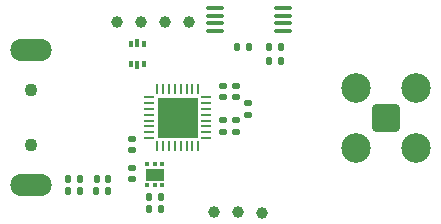
<source format=gbr>
%TF.GenerationSoftware,KiCad,Pcbnew,(7.0.0)*%
%TF.CreationDate,2023-06-22T14:20:15+03:00*%
%TF.ProjectId,Longle,4c6f6e67-6c65-42e6-9b69-6361645f7063,1.0*%
%TF.SameCoordinates,Original*%
%TF.FileFunction,Soldermask,Bot*%
%TF.FilePolarity,Negative*%
%FSLAX46Y46*%
G04 Gerber Fmt 4.6, Leading zero omitted, Abs format (unit mm)*
G04 Created by KiCad (PCBNEW (7.0.0)) date 2023-06-22 14:20:15*
%MOMM*%
%LPD*%
G01*
G04 APERTURE LIST*
G04 Aperture macros list*
%AMRoundRect*
0 Rectangle with rounded corners*
0 $1 Rounding radius*
0 $2 $3 $4 $5 $6 $7 $8 $9 X,Y pos of 4 corners*
0 Add a 4 corners polygon primitive as box body*
4,1,4,$2,$3,$4,$5,$6,$7,$8,$9,$2,$3,0*
0 Add four circle primitives for the rounded corners*
1,1,$1+$1,$2,$3*
1,1,$1+$1,$4,$5*
1,1,$1+$1,$6,$7*
1,1,$1+$1,$8,$9*
0 Add four rect primitives between the rounded corners*
20,1,$1+$1,$2,$3,$4,$5,0*
20,1,$1+$1,$4,$5,$6,$7,0*
20,1,$1+$1,$6,$7,$8,$9,0*
20,1,$1+$1,$8,$9,$2,$3,0*%
G04 Aperture macros list end*
%ADD10RoundRect,0.200100X-0.949900X0.949900X-0.949900X-0.949900X0.949900X-0.949900X0.949900X0.949900X0*%
%ADD11C,2.500000*%
%ADD12C,1.100000*%
%ADD13O,3.500000X1.900000*%
%ADD14RoundRect,0.100000X0.637500X0.100000X-0.637500X0.100000X-0.637500X-0.100000X0.637500X-0.100000X0*%
%ADD15RoundRect,0.140000X0.170000X-0.140000X0.170000X0.140000X-0.170000X0.140000X-0.170000X-0.140000X0*%
%ADD16RoundRect,0.062500X0.375000X0.062500X-0.375000X0.062500X-0.375000X-0.062500X0.375000X-0.062500X0*%
%ADD17RoundRect,0.062500X0.062500X0.375000X-0.062500X0.375000X-0.062500X-0.375000X0.062500X-0.375000X0*%
%ADD18R,3.450000X3.450000*%
%ADD19C,1.000000*%
%ADD20RoundRect,0.140000X0.140000X0.170000X-0.140000X0.170000X-0.140000X-0.170000X0.140000X-0.170000X0*%
%ADD21RoundRect,0.135000X0.135000X0.185000X-0.135000X0.185000X-0.135000X-0.185000X0.135000X-0.185000X0*%
%ADD22RoundRect,0.093750X0.106250X-0.093750X0.106250X0.093750X-0.106250X0.093750X-0.106250X-0.093750X0*%
%ADD23R,1.600000X1.000000*%
%ADD24RoundRect,0.140000X-0.170000X0.140000X-0.170000X-0.140000X0.170000X-0.140000X0.170000X0.140000X0*%
%ADD25RoundRect,0.140000X-0.140000X-0.170000X0.140000X-0.170000X0.140000X0.170000X-0.140000X0.170000X0*%
%ADD26RoundRect,0.147500X-0.172500X0.147500X-0.172500X-0.147500X0.172500X-0.147500X0.172500X0.147500X0*%
%ADD27RoundRect,0.147500X-0.147500X-0.172500X0.147500X-0.172500X0.147500X0.172500X-0.147500X0.172500X0*%
%ADD28R,0.375000X0.500000*%
%ADD29R,0.300000X0.650000*%
G04 APERTURE END LIST*
D10*
%TO.C,AE301*%
X165028600Y-101673600D03*
D11*
X167568600Y-99133600D03*
X162488600Y-99133600D03*
X167568600Y-104213600D03*
X162488600Y-104213600D03*
%TD*%
D12*
%TO.C,J101*%
X134971600Y-103973600D03*
X134971600Y-99373600D03*
D13*
X134971599Y-107373599D03*
X134971599Y-95973599D03*
%TD*%
D14*
%TO.C,U203*%
X156251400Y-92379600D03*
X156251400Y-93029600D03*
X156251400Y-93679600D03*
X156251400Y-94329600D03*
X150526400Y-94329600D03*
X150526400Y-93679600D03*
X150526400Y-93029600D03*
X150526400Y-92379600D03*
%TD*%
D15*
%TO.C,C203*%
X152298400Y-99923600D03*
X152298400Y-98963600D03*
%TD*%
D16*
%TO.C,U202*%
X149813100Y-99923600D03*
X149813100Y-100423600D03*
X149813100Y-100923600D03*
X149813100Y-101423600D03*
X149813100Y-101923600D03*
X149813100Y-102423600D03*
X149813100Y-102923600D03*
X149813100Y-103423600D03*
D17*
X149125600Y-104111100D03*
X148625600Y-104111100D03*
X148125600Y-104111100D03*
X147625600Y-104111100D03*
X147125600Y-104111100D03*
X146625600Y-104111100D03*
X146125600Y-104111100D03*
X145625600Y-104111100D03*
D16*
X144938100Y-103423600D03*
X144938100Y-102923600D03*
X144938100Y-102423600D03*
X144938100Y-101923600D03*
X144938100Y-101423600D03*
X144938100Y-100923600D03*
X144938100Y-100423600D03*
X144938100Y-99923600D03*
D17*
X145625600Y-99236100D03*
X146125600Y-99236100D03*
X146625600Y-99236100D03*
X147125600Y-99236100D03*
X147625600Y-99236100D03*
X148125600Y-99236100D03*
X148625600Y-99236100D03*
X149125600Y-99236100D03*
D18*
X147375599Y-101673599D03*
%TD*%
D19*
%TO.C,TP207*%
X152476200Y-109626400D03*
%TD*%
D20*
%TO.C,C104*%
X145922600Y-108435600D03*
X144962600Y-108435600D03*
%TD*%
D19*
%TO.C,TP206*%
X150444200Y-109626400D03*
%TD*%
D21*
%TO.C,R201*%
X141503400Y-107902102D03*
X140483400Y-107902102D03*
%TD*%
D22*
%TO.C,U101*%
X146079600Y-107416600D03*
X145429600Y-107416600D03*
X144779600Y-107416600D03*
X144779600Y-105641600D03*
X145429600Y-105641600D03*
X146079600Y-105641600D03*
D23*
X145429599Y-106529099D03*
%TD*%
D24*
%TO.C,C204*%
X151231600Y-101904800D03*
X151231600Y-102864800D03*
%TD*%
D19*
%TO.C,TP205*%
X154508200Y-109728000D03*
%TD*%
D24*
%TO.C,C205*%
X152303200Y-101910000D03*
X152303200Y-102870000D03*
%TD*%
D19*
%TO.C,TP204*%
X148336000Y-93548200D03*
%TD*%
%TO.C,TP201*%
X142240000Y-93548200D03*
%TD*%
D25*
%TO.C,C302*%
X155120400Y-96901000D03*
X156080400Y-96901000D03*
%TD*%
D26*
%TO.C,L201*%
X153314400Y-100454600D03*
X153314400Y-101424600D03*
%TD*%
D25*
%TO.C,C301*%
X155120400Y-95732600D03*
X156080400Y-95732600D03*
%TD*%
D27*
%TO.C,FB101*%
X140512800Y-106857800D03*
X141482800Y-106857800D03*
%TD*%
D19*
%TO.C,TP202*%
X144272000Y-93548200D03*
%TD*%
%TO.C,TP203*%
X146304000Y-93548200D03*
%TD*%
D20*
%TO.C,C206*%
X139086200Y-107902102D03*
X138126200Y-107902102D03*
%TD*%
D28*
%TO.C,U201*%
X143408399Y-95441399D03*
D29*
X143945899Y-95366399D03*
D28*
X144483399Y-95441399D03*
X144483399Y-97141399D03*
D29*
X143945899Y-97216399D03*
D28*
X143408399Y-97141399D03*
%TD*%
D20*
%TO.C,C101*%
X139085400Y-106832400D03*
X138125400Y-106832400D03*
%TD*%
D15*
%TO.C,C202*%
X151226000Y-99946400D03*
X151226000Y-98986400D03*
%TD*%
D24*
%TO.C,C103*%
X143537600Y-105923600D03*
X143537600Y-106883600D03*
%TD*%
D21*
%TO.C,R205*%
X153401400Y-95729600D03*
X152381400Y-95729600D03*
%TD*%
D24*
%TO.C,C201*%
X143510000Y-103454200D03*
X143510000Y-104414200D03*
%TD*%
D20*
%TO.C,C105*%
X145922600Y-109448600D03*
X144962600Y-109448600D03*
%TD*%
M02*

</source>
